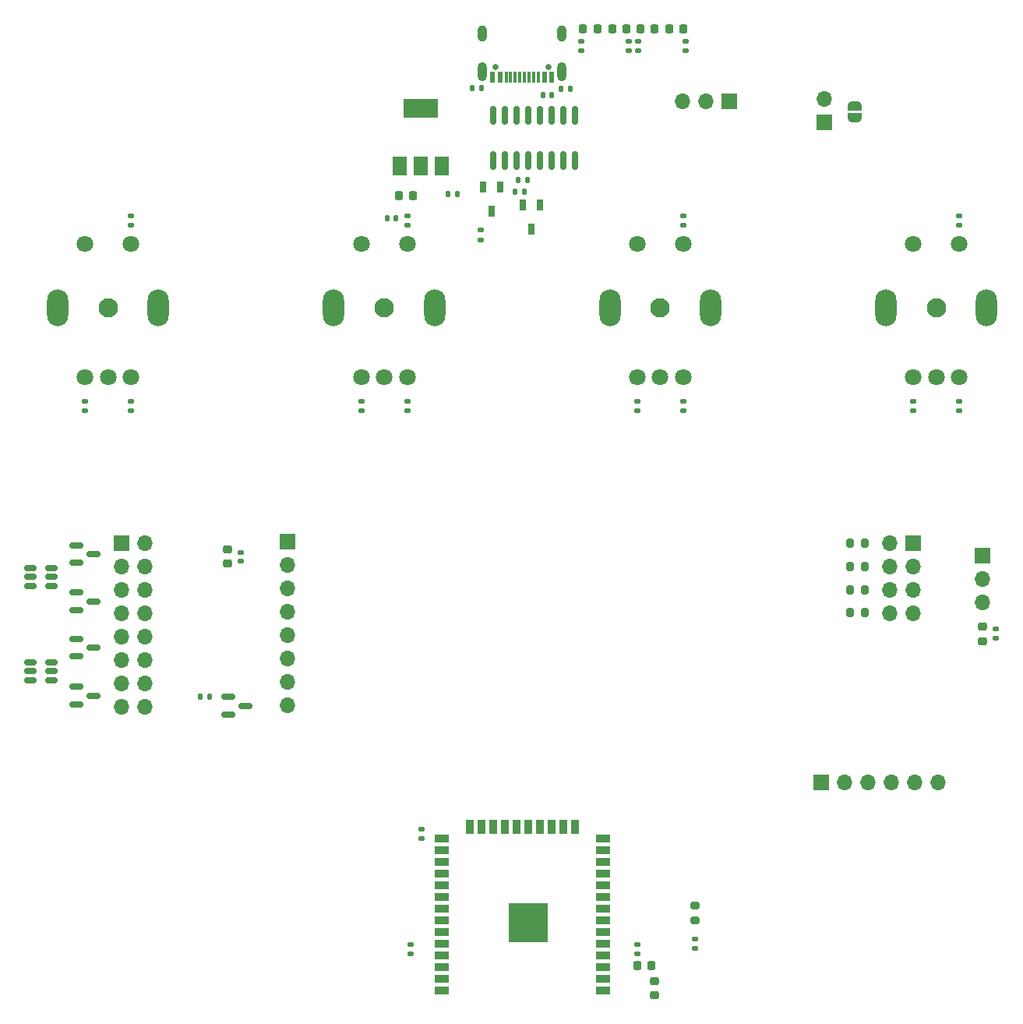
<source format=gbr>
%TF.GenerationSoftware,KiCad,Pcbnew,(6.0.10)*%
%TF.CreationDate,2023-01-05T01:12:59+01:00*%
%TF.ProjectId,obs-studio-controller,6f62732d-7374-4756-9469-6f2d636f6e74,rev?*%
%TF.SameCoordinates,Original*%
%TF.FileFunction,Soldermask,Top*%
%TF.FilePolarity,Negative*%
%FSLAX46Y46*%
G04 Gerber Fmt 4.6, Leading zero omitted, Abs format (unit mm)*
G04 Created by KiCad (PCBNEW (6.0.10)) date 2023-01-05 01:12:59*
%MOMM*%
%LPD*%
G01*
G04 APERTURE LIST*
G04 Aperture macros list*
%AMRoundRect*
0 Rectangle with rounded corners*
0 $1 Rounding radius*
0 $2 $3 $4 $5 $6 $7 $8 $9 X,Y pos of 4 corners*
0 Add a 4 corners polygon primitive as box body*
4,1,4,$2,$3,$4,$5,$6,$7,$8,$9,$2,$3,0*
0 Add four circle primitives for the rounded corners*
1,1,$1+$1,$2,$3*
1,1,$1+$1,$4,$5*
1,1,$1+$1,$6,$7*
1,1,$1+$1,$8,$9*
0 Add four rect primitives between the rounded corners*
20,1,$1+$1,$2,$3,$4,$5,0*
20,1,$1+$1,$4,$5,$6,$7,0*
20,1,$1+$1,$6,$7,$8,$9,0*
20,1,$1+$1,$8,$9,$2,$3,0*%
%AMFreePoly0*
4,1,22,0.500000,-0.750000,0.000000,-0.750000,0.000000,-0.745033,-0.079941,-0.743568,-0.215256,-0.701293,-0.333266,-0.622738,-0.424486,-0.514219,-0.481581,-0.384460,-0.499164,-0.250000,-0.500000,-0.250000,-0.500000,0.250000,-0.499164,0.250000,-0.499963,0.256109,-0.478152,0.396186,-0.417904,0.524511,-0.324060,0.630769,-0.204165,0.706417,-0.067858,0.745374,0.000000,0.744959,0.000000,0.750000,
0.500000,0.750000,0.500000,-0.750000,0.500000,-0.750000,$1*%
%AMFreePoly1*
4,1,20,0.000000,0.744959,0.073905,0.744508,0.209726,0.703889,0.328688,0.626782,0.421226,0.519385,0.479903,0.390333,0.500000,0.250000,0.500000,-0.250000,0.499851,-0.262216,0.476331,-0.402017,0.414519,-0.529596,0.319384,-0.634700,0.198574,-0.708877,0.061801,-0.746166,0.000000,-0.745033,0.000000,-0.750000,-0.500000,-0.750000,-0.500000,0.750000,0.000000,0.750000,0.000000,0.744959,
0.000000,0.744959,$1*%
G04 Aperture macros list end*
%ADD10O,2.300000X4.000000*%
%ADD11C,1.800000*%
%ADD12C,2.100000*%
%ADD13RoundRect,0.150000X-0.150000X0.825000X-0.150000X-0.825000X0.150000X-0.825000X0.150000X0.825000X0*%
%ADD14RoundRect,0.200000X-0.275000X0.200000X-0.275000X-0.200000X0.275000X-0.200000X0.275000X0.200000X0*%
%ADD15RoundRect,0.135000X-0.185000X0.135000X-0.185000X-0.135000X0.185000X-0.135000X0.185000X0.135000X0*%
%ADD16RoundRect,0.150000X-0.587500X-0.150000X0.587500X-0.150000X0.587500X0.150000X-0.587500X0.150000X0*%
%ADD17R,0.650000X1.220000*%
%ADD18RoundRect,0.218750X0.218750X0.256250X-0.218750X0.256250X-0.218750X-0.256250X0.218750X-0.256250X0*%
%ADD19RoundRect,0.150000X-0.512500X-0.150000X0.512500X-0.150000X0.512500X0.150000X-0.512500X0.150000X0*%
%ADD20RoundRect,0.135000X0.185000X-0.135000X0.185000X0.135000X-0.185000X0.135000X-0.185000X-0.135000X0*%
%ADD21RoundRect,0.140000X0.140000X0.170000X-0.140000X0.170000X-0.140000X-0.170000X0.140000X-0.170000X0*%
%ADD22RoundRect,0.200000X-0.200000X-0.275000X0.200000X-0.275000X0.200000X0.275000X-0.200000X0.275000X0*%
%ADD23RoundRect,0.135000X0.135000X0.185000X-0.135000X0.185000X-0.135000X-0.185000X0.135000X-0.185000X0*%
%ADD24R,1.500000X2.000000*%
%ADD25R,3.800000X2.000000*%
%ADD26R,1.700000X1.700000*%
%ADD27O,1.700000X1.700000*%
%ADD28RoundRect,0.135000X-0.135000X-0.185000X0.135000X-0.185000X0.135000X0.185000X-0.135000X0.185000X0*%
%ADD29RoundRect,0.218750X-0.218750X-0.256250X0.218750X-0.256250X0.218750X0.256250X-0.218750X0.256250X0*%
%ADD30RoundRect,0.225000X0.250000X-0.225000X0.250000X0.225000X-0.250000X0.225000X-0.250000X-0.225000X0*%
%ADD31RoundRect,0.225000X0.225000X0.250000X-0.225000X0.250000X-0.225000X-0.250000X0.225000X-0.250000X0*%
%ADD32FreePoly0,270.000000*%
%ADD33FreePoly1,270.000000*%
%ADD34RoundRect,0.140000X0.170000X-0.140000X0.170000X0.140000X-0.170000X0.140000X-0.170000X-0.140000X0*%
%ADD35R,1.500000X0.900000*%
%ADD36R,0.900000X1.500000*%
%ADD37C,0.475000*%
%ADD38R,4.200000X4.200000*%
%ADD39C,0.650000*%
%ADD40O,1.000000X2.100000*%
%ADD41O,1.000000X1.800000*%
%ADD42R,0.600000X1.150000*%
%ADD43R,0.300000X1.150000*%
%ADD44RoundRect,0.140000X-0.140000X-0.170000X0.140000X-0.170000X0.140000X0.170000X-0.140000X0.170000X0*%
%ADD45RoundRect,0.140000X-0.170000X0.140000X-0.170000X-0.140000X0.170000X-0.140000X0.170000X0.140000X0*%
%ADD46RoundRect,0.225000X-0.225000X-0.250000X0.225000X-0.250000X0.225000X0.250000X-0.225000X0.250000X0*%
G04 APERTURE END LIST*
D10*
%TO.C,SW4*%
X87030000Y7500000D03*
X97970000Y7500000D03*
D11*
X95000000Y14500000D03*
X90000000Y14500000D03*
X95000000Y0D03*
X92500000Y0D03*
X90000000Y0D03*
D12*
X92500000Y7500000D03*
%TD*%
D10*
%TO.C,SW3*%
X57030000Y7500000D03*
X67970000Y7500000D03*
D11*
X65000000Y14500000D03*
X60000000Y14500000D03*
X65000000Y0D03*
X62500000Y0D03*
X60000000Y0D03*
D12*
X62500000Y7500000D03*
%TD*%
%TO.C,SW2*%
X32500000Y7500000D03*
D11*
X30000000Y0D03*
X32500000Y0D03*
X35000000Y0D03*
X30000000Y14500000D03*
X35000000Y14500000D03*
D10*
X37970000Y7500000D03*
X27030000Y7500000D03*
%TD*%
%TO.C,SW1*%
X-2970000Y7500000D03*
X7970000Y7500000D03*
D11*
X5000000Y14500000D03*
X0Y14500000D03*
X5000000Y0D03*
X2500000Y0D03*
X0Y0D03*
D12*
X2500000Y7500000D03*
%TD*%
D13*
%TO.C,U4*%
X53195000Y28475000D03*
X51925000Y28475000D03*
X50655000Y28475000D03*
X49385000Y28475000D03*
X48115000Y28475000D03*
X46845000Y28475000D03*
X45575000Y28475000D03*
X44305000Y28475000D03*
X44305000Y23525000D03*
X45575000Y23525000D03*
X46845000Y23525000D03*
X48115000Y23525000D03*
X49385000Y23525000D03*
X50655000Y23525000D03*
X51925000Y23525000D03*
X53195000Y23525000D03*
%TD*%
D14*
%TO.C,R1*%
X66300000Y-57375000D03*
X66300000Y-59025000D03*
%TD*%
D15*
%TO.C,R5*%
X36550000Y-49090000D03*
X36550000Y-50110000D03*
%TD*%
D16*
%TO.C,D5*%
X-937500Y-33650000D03*
X-937500Y-35550000D03*
X937500Y-34600000D03*
%TD*%
D15*
%TO.C,R4*%
X60000000Y-61640000D03*
X60000000Y-62660000D03*
%TD*%
D17*
%TO.C,Q3*%
X45150000Y20660000D03*
X43250000Y20660000D03*
X44200000Y18040000D03*
%TD*%
D18*
%TO.C,D6*%
X61887500Y37850000D03*
X60312500Y37850000D03*
%TD*%
D15*
%TO.C,R15*%
X35000000Y-2640000D03*
X35000000Y-3660000D03*
%TD*%
D17*
%TO.C,Q2*%
X49440000Y18710000D03*
X47540000Y18710000D03*
X48490000Y16090000D03*
%TD*%
D19*
%TO.C,U2*%
X-5937500Y-20750000D03*
X-5937500Y-21700000D03*
X-5937500Y-22650000D03*
X-3662500Y-22650000D03*
X-3662500Y-21700000D03*
X-3662500Y-20750000D03*
%TD*%
D20*
%TO.C,R30*%
X65250000Y35490000D03*
X65250000Y36510000D03*
%TD*%
D21*
%TO.C,C3*%
X40430000Y19900000D03*
X39470000Y19900000D03*
%TD*%
D22*
%TO.C,R8*%
X83125000Y-23100000D03*
X84775000Y-23100000D03*
%TD*%
%TO.C,R6*%
X83125000Y-18000000D03*
X84775000Y-18000000D03*
%TD*%
D23*
%TO.C,R24*%
X47760000Y20150000D03*
X46740000Y20150000D03*
%TD*%
D24*
%TO.C,U5*%
X34150000Y22950000D03*
X36450000Y22950000D03*
D25*
X36450000Y29250000D03*
D24*
X38750000Y22950000D03*
%TD*%
D15*
%TO.C,R18*%
X65000000Y-2640000D03*
X65000000Y-3660000D03*
%TD*%
D20*
%TO.C,R29*%
X60100000Y35490000D03*
X60100000Y36510000D03*
%TD*%
%TO.C,R31*%
X59050000Y35490000D03*
X59050000Y36510000D03*
%TD*%
D15*
%TO.C,R21*%
X95000000Y-2640000D03*
X95000000Y-3660000D03*
%TD*%
D26*
%TO.C,J2*%
X70000000Y30000000D03*
D27*
X67460000Y30000000D03*
X64920000Y30000000D03*
%TD*%
D22*
%TO.C,R7*%
X83125000Y-20550000D03*
X84775000Y-20550000D03*
%TD*%
D28*
%TO.C,R23*%
X47090000Y21400000D03*
X48110000Y21400000D03*
%TD*%
D29*
%TO.C,D7*%
X63462500Y37850000D03*
X65037500Y37850000D03*
%TD*%
D16*
%TO.C,D2*%
X-937500Y-18250000D03*
X-937500Y-20150000D03*
X937500Y-19200000D03*
%TD*%
D19*
%TO.C,U3*%
X-5937500Y-31000000D03*
X-5937500Y-31950000D03*
X-5937500Y-32900000D03*
X-3662500Y-32900000D03*
X-3662500Y-31950000D03*
X-3662500Y-31000000D03*
%TD*%
D30*
%TO.C,C9*%
X15500000Y-20275000D03*
X15500000Y-18725000D03*
%TD*%
D15*
%TO.C,R2*%
X66300000Y-61040000D03*
X66300000Y-62060000D03*
%TD*%
D31*
%TO.C,C6*%
X61575000Y-63950000D03*
X60025000Y-63950000D03*
%TD*%
D30*
%TO.C,C4*%
X61850000Y-67175000D03*
X61850000Y-65625000D03*
%TD*%
D15*
%TO.C,R22*%
X95000000Y16490000D03*
X95000000Y17510000D03*
%TD*%
D20*
%TO.C,R14*%
X30000000Y-3660000D03*
X30000000Y-2640000D03*
%TD*%
D26*
%TO.C,J4*%
X22000000Y-17900000D03*
D27*
X22000000Y-20440000D03*
X22000000Y-22980000D03*
X22000000Y-25520000D03*
X22000000Y-28060000D03*
X22000000Y-30600000D03*
X22000000Y-33140000D03*
X22000000Y-35680000D03*
%TD*%
D30*
%TO.C,C8*%
X97500000Y-28675000D03*
X97500000Y-27125000D03*
%TD*%
D32*
%TO.C,JP1*%
X83600000Y29500000D03*
D33*
X83600000Y28200000D03*
%TD*%
D26*
%TO.C,J3*%
X90000000Y-18000000D03*
D27*
X87460000Y-18000000D03*
X90000000Y-20540000D03*
X87460000Y-20540000D03*
X90000000Y-23080000D03*
X87460000Y-23080000D03*
X90000000Y-25620000D03*
X87460000Y-25620000D03*
%TD*%
D16*
%TO.C,D4*%
X-937500Y-28450000D03*
X-937500Y-30350000D03*
X937500Y-29400000D03*
%TD*%
D23*
%TO.C,R13*%
X13549999Y-34750000D03*
X12529999Y-34750000D03*
%TD*%
D15*
%TO.C,R19*%
X65000000Y17510000D03*
X65000000Y16490000D03*
%TD*%
D34*
%TO.C,C7*%
X98950000Y-28330000D03*
X98950000Y-27370000D03*
%TD*%
D20*
%TO.C,R32*%
X53900000Y35490000D03*
X53900000Y36510000D03*
%TD*%
D15*
%TO.C,R28*%
X42950000Y15960000D03*
X42950000Y14940000D03*
%TD*%
D16*
%TO.C,D3*%
X-937500Y-23400000D03*
X-937500Y-25300000D03*
X937500Y-24350000D03*
%TD*%
D20*
%TO.C,R20*%
X90000000Y-3660000D03*
X90000000Y-2640000D03*
%TD*%
%TO.C,R17*%
X60000000Y-3660000D03*
X60000000Y-2640000D03*
%TD*%
D16*
%TO.C,Q1*%
X15562500Y-34750000D03*
X15562500Y-36650000D03*
X17437500Y-35700000D03*
%TD*%
D21*
%TO.C,C5*%
X50730000Y30650000D03*
X49770000Y30650000D03*
%TD*%
D26*
%TO.C,J5*%
X4000000Y-18000000D03*
D27*
X6540000Y-18000000D03*
X4000000Y-20540000D03*
X6540000Y-20540000D03*
X4000000Y-23080000D03*
X6540000Y-23080000D03*
X4000000Y-25620000D03*
X6540000Y-25620000D03*
X4000000Y-28160000D03*
X6540000Y-28160000D03*
X4000000Y-30700000D03*
X6540000Y-30700000D03*
X4000000Y-33240000D03*
X6540000Y-33240000D03*
X4000000Y-35780000D03*
X6540000Y-35780000D03*
%TD*%
D26*
%TO.C,J7*%
X97500000Y-19350000D03*
D27*
X97500000Y-21890000D03*
X97500000Y-24430000D03*
%TD*%
D22*
%TO.C,R9*%
X83125000Y-25600000D03*
X84775000Y-25600000D03*
%TD*%
D15*
%TO.C,R16*%
X35000000Y17510000D03*
X35000000Y16490000D03*
%TD*%
%TO.C,R27*%
X35375000Y-61615000D03*
X35375000Y-62635000D03*
%TD*%
D20*
%TO.C,R10*%
X0Y-3660000D03*
X0Y-2640000D03*
%TD*%
D18*
%TO.C,D9*%
X55687500Y37850000D03*
X54112500Y37850000D03*
%TD*%
D28*
%TO.C,R26*%
X42090000Y31400000D03*
X43110000Y31400000D03*
%TD*%
D35*
%TO.C,U1*%
X56250000Y-66635000D03*
X56250000Y-65365000D03*
X56250000Y-64095000D03*
X56250000Y-62825000D03*
X56250000Y-61555000D03*
X56250000Y-60285000D03*
X56250000Y-59015000D03*
X56250000Y-57745000D03*
X56250000Y-56475000D03*
X56250000Y-55205000D03*
X56250000Y-53935000D03*
X56250000Y-52665000D03*
X56250000Y-51395000D03*
X56250000Y-50125000D03*
D36*
X53210000Y-48875000D03*
X51940000Y-48875000D03*
X50670000Y-48875000D03*
X49400000Y-48875000D03*
X48130000Y-48875000D03*
X46860000Y-48875000D03*
X45590000Y-48875000D03*
X44320000Y-48875000D03*
X43050000Y-48875000D03*
X41780000Y-48875000D03*
D35*
X38750000Y-50125000D03*
X38750000Y-51395000D03*
X38750000Y-52665000D03*
X38750000Y-53935000D03*
X38750000Y-55205000D03*
X38750000Y-56475000D03*
X38750000Y-57745000D03*
X38750000Y-59015000D03*
X38750000Y-60285000D03*
X38750000Y-61555000D03*
X38750000Y-62825000D03*
X38750000Y-64095000D03*
X38750000Y-65365000D03*
X38750000Y-66635000D03*
D37*
X48180000Y-58532500D03*
X48942500Y-59295000D03*
X47417500Y-57770000D03*
X48180000Y-60057500D03*
D38*
X48180000Y-59295000D03*
D37*
X46655000Y-58532500D03*
X48942500Y-60820000D03*
X49705000Y-58532500D03*
X46655000Y-60057500D03*
X49705000Y-60057500D03*
X47417500Y-59295000D03*
X48942500Y-57770000D03*
X47417500Y-60820000D03*
%TD*%
D39*
%TO.C,USBC1*%
X44610000Y33690000D03*
X50390000Y33690000D03*
D40*
X51820000Y33190000D03*
D41*
X51820000Y37370000D03*
X43180000Y37370000D03*
D40*
X43180000Y33190000D03*
D42*
X50700000Y32630000D03*
X49900000Y32630000D03*
D43*
X48750000Y32630000D03*
X47750000Y32630000D03*
X47250000Y32630000D03*
X46250000Y32630000D03*
D42*
X44300000Y32630000D03*
X45100000Y32630000D03*
D43*
X45750000Y32630000D03*
X46750000Y32630000D03*
X48250000Y32630000D03*
X49250000Y32630000D03*
%TD*%
D26*
%TO.C,J1*%
X80325001Y27649999D03*
D27*
X80325001Y30189999D03*
%TD*%
D28*
%TO.C,R25*%
X51740000Y31350000D03*
X52760000Y31350000D03*
%TD*%
D29*
%TO.C,D8*%
X57262500Y37850000D03*
X58837500Y37850000D03*
%TD*%
D15*
%TO.C,R11*%
X5000000Y-2640000D03*
X5000000Y-3660000D03*
%TD*%
D44*
%TO.C,C2*%
X33780000Y17250000D03*
X32820000Y17250000D03*
%TD*%
D26*
%TO.C,J6*%
X80000000Y-44000000D03*
D27*
X82540000Y-44000000D03*
X85080000Y-44000000D03*
X87620000Y-44000000D03*
X90160000Y-44000000D03*
X92700000Y-44000000D03*
%TD*%
D15*
%TO.C,R12*%
X5000000Y16490000D03*
X5000000Y17510000D03*
%TD*%
D45*
%TO.C,C10*%
X16900000Y-19020000D03*
X16900000Y-19980000D03*
%TD*%
D46*
%TO.C,C1*%
X34075000Y19700000D03*
X35625000Y19700000D03*
%TD*%
M02*

</source>
